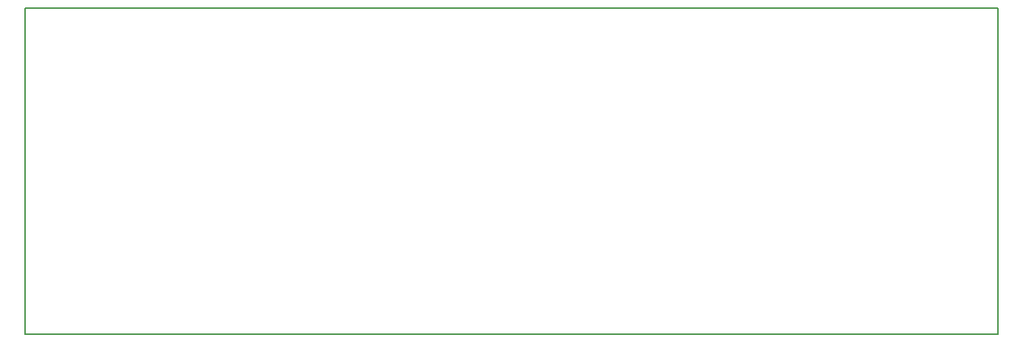
<source format=gbr>
G04 #@! TF.FileFunction,Profile,NP*
%FSLAX46Y46*%
G04 Gerber Fmt 4.6, Leading zero omitted, Abs format (unit mm)*
G04 Created by KiCad (PCBNEW 4.0.6) date Sunday, 07 January 2018 'AMt' 11:42:42*
%MOMM*%
%LPD*%
G01*
G04 APERTURE LIST*
%ADD10C,0.100000*%
%ADD11C,0.150000*%
G04 APERTURE END LIST*
D10*
D11*
X92710000Y-163195000D02*
X92710000Y-125730000D01*
X204470000Y-162560000D02*
X204470000Y-163195000D01*
X204470000Y-125730000D02*
X204470000Y-162560000D01*
X204470000Y-125730000D02*
X92710000Y-125730000D01*
X92710000Y-163195000D02*
X204470000Y-163195000D01*
M02*

</source>
